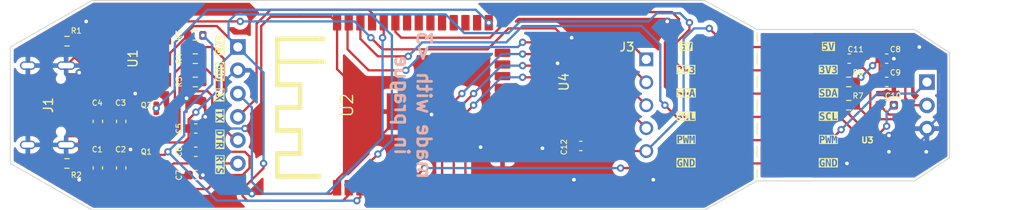
<source format=kicad_pcb>
(kicad_pcb (version 20221018) (generator pcbnew)
  (title_block (title "ISSptr") (date "July 2024") (rev "v1"))
  (layers (0 "F.Cu" signal) (31 "B.Cu" signal) (34 "B.Paste" user) (35 "F.Paste" user) (36 "B.SilkS" user "B.Silkscreen") (37 "F.SilkS" user "F.Silkscreen") (38 "B.Mask" user) (39 "F.Mask" user) (44 "Edge.Cuts" user))
  (net 0 "")
  (net 1 "+5V")
  (net 2 "GND")
  (net 3 "+3.3V")
  (net 4 "Net-(Q1-C)")
  (net 5 "Net-(U3-SETC)")
  (net 6 "Net-(U3-SETP)")
  (net 7 "Net-(U3-C1)")
  (net 8 "Net-(J1-DP1)")
  (net 9 "Net-(J1-DN1)")
  (net 10 "Net-(J1-CC1)")
  (net 13 "Net-(J1-CC2)")
  (net 14 "/ESP32/PROG_RX")
  (net 15 "/ESP32/PROG_TX")
  (net 16 "/ESP32/PROG_DTR")
  (net 17 "/ESP32/PROG_RTS")
  (net 18 "Net-(U4-3C)")
  (net 19 "Net-(U4-4C)")
  (net 20 "Net-(U4-2C)")
  (net 21 "Net-(U4-1C)")
  (net 22 "/ESP32/SERVO")
  (net 23 "/Compass/SDA")
  (net 24 "/Compass/SCL")
  (net 25 "Net-(Q1-B)")
  (net 26 "Net-(Q2-B)")
  (net 27 "Net-(Q2-C)")
  (net 28 "/ESP32/STEPPER_A")
  (net 46 "/ESP32/STEPPER_D")
  (net 47 "/ESP32/STEPPER_C")
  (net 48 "/ESP32/STEPPER_B")
  (footprint "Capacitor_SMD:C_0603_1608Metric" (layer "F.Cu") (at 110.5405 106.68)
    (fp_text reference "C6")
    (fp_text value "10uF")
  )
  (footprint "Resistor_SMD:R_0603_1608Metric" (layer "F.Cu") (at 110.4905 96.52)
    (fp_text reference "R4")
    (fp_text value "10k")
  )
  (footprint "ESP-WROOM-32:MODULE_ESP-WROOM-32" (layer "F.Cu") (at 134.1755 101.6 90)
    (fp_text reference "U2")
    (fp_text value "ESP-WROOM-32")
  )
  (footprint "Capacitor_SMD:C_0603_1608Metric" (layer "F.Cu") (at 110.5405 104.14)
    (fp_text reference "C5")
    (fp_text value "0.1uF")
  )
  (footprint "Custom:SolderPad-6pin" (layer "F.Cu") (at 176.0855 101.6)
    (fp_text reference "J6" hide)
    (fp_text value "~" hide)
  )
  (footprint "Package_TO_SOT_SMD:SOT-23" (layer "F.Cu") (at 106.2355 107.95 90)
    (fp_text reference "Q1")
    (fp_text value "BC817")
  )
  (footprint "Custom:SolderPad-6pin" (layer "F.Cu") (at 167.1955 101.6)
    (fp_text reference "J5" hide)
    (fp_text value "~" hide)
  )
  (footprint "Package_TO_SOT_SMD:SOT-23" (layer "F.Cu") (at 106.2355 102.87 90)
    (fp_text reference "Q2")
    (fp_text value "BC817")
  )
  (footprint "Capacitor_SMD:C_0603_1608Metric" (layer "F.Cu") (at 102.4255 108.445 -90)
    (fp_text reference "C2")
    (fp_text value "100nF")
  )
  (footprint "Capacitor_SMD:C_0603_1608Metric" (layer "F.Cu") (at 99.8855 108.445 -90)
    (fp_text reference "C1")
    (fp_text value "10uF")
  )
  (footprint "Connector:JST_B5B-XH-A_LF__SN_" (layer "F.Cu") (at 159.0505 101.6 90)
    (fp_text reference "J3")
    (fp_text value "B5B-XH-A")
  )
  (footprint "Connector_PinHeader_2.54mm:PinHeader_1x06_P2.54mm_Vertical" (layer "F.Cu") (at 115.1255 95.25)
    (fp_text reference "J2" hide)
    (fp_text value "PROG")
  )
  (footprint "Resistor_SMD:R_0603_1608Metric" (layer "F.Cu") (at 96.5205 107.95)
    (fp_text reference "R2")
    (fp_text value "5.1k")
  )
  (footprint "ULN2003AD:SOIC127P600X175-16N" (layer "F.Cu") (at 150.6855 99.06)
    (fp_text reference "U4")
    (fp_text value "ULN2003AD")
  )
  (footprint "Resistor_SMD:R_0603_1608Metric" (layer "F.Cu") (at 110.4905 93.98)
    (fp_text reference "R3")
    (fp_text value "10k")
  )
  (footprint "Capacitor_SMD:C_0603_1608Metric" (layer "F.Cu") (at 185.7505 99.06)
    (fp_text reference "C9")
    (fp_text value "100uF")
  )
  (footprint "Capacitor_SMD:C_0603_1608Metric" (layer "F.Cu") (at 110.5405 109.22)
    (fp_text reference "C7")
    (fp_text value "10uF")
  )
  (footprint "Capacitor_SMD:C_0603_1608Metric" (layer "F.Cu") (at 102.4255 103.365 -90)
    (fp_text reference "C3")
    (fp_text value "100nF")
  )
  (footprint "Capacitor_SMD:C_0603_1608Metric" (layer "F.Cu") (at 185.7505 101.6 180)
    (fp_text reference "C10")
    (fp_text value "0.22uF")
  )
  (footprint "Connector_PinHeader_2.54mm:PinHeader_1x03_P2.54mm_Horizontal" (layer "F.Cu") (at 190.1255 99.075)
    (fp_text reference "J4" hide)
    (fp_text value "Servo")
  )
  (footprint "Resistor_SMD:R_0603_1608Metric" (layer "F.Cu") (at 181.6105 99.06 180)
    (fp_text reference "R6")
    (fp_text value "4.7k")
  )
  (footprint "Resistor_SMD:R_0603_1608Metric" (layer "F.Cu") (at 110.4905 99.06)
    (fp_text reference "R5")
    (fp_text value "10k")
  )
  (footprint "Package_TO_SOT_SMD:SOT-223-3_TabPin2" (layer "F.Cu") (at 103.6955 96.52 180)
    (fp_text reference "U1")
    (fp_text value "AMS1117-3.3")
  )
  (footprint "Capacitor_SMD:C_0603_1608Metric" (layer "F.Cu") (at 181.6605 96.52 180)
    (fp_text reference "C11")
    (fp_text value "4.7uF")
  )
  (footprint "Capacitor_SMD:C_0603_1608Metric" (layer "F.Cu") (at 152.4505 106.045 180)
    (fp_text reference "C12")
    (fp_text value "100nF")
  )
  (footprint "TYPE-C-31-M-12:HRO_TYPE-C-31-M-12" (layer "F.Cu") (at 92.2655 101.6 -90)
    (fp_text reference "J1")
    (fp_text value "TYPE-C-31-M-12")
  )
  (footprint "Capacitor_SMD:C_0603_1608Metric" (layer "F.Cu") (at 185.7505 96.52)
    (fp_text reference "C8")
    (fp_text value "10uF")
  )
  (footprint "Resistor_SMD:R_0603_1608Metric" (layer "F.Cu") (at 181.6105 101.6 180)
    (fp_text reference "R7")
    (fp_text value "4.7k")
  )
  (footprint "Capacitor_SMD:C_0603_1608Metric" (layer "F.Cu") (at 99.8855 103.365 -90)
    (fp_text reference "C4")
    (fp_text value "10uF")
  )
  (footprint "HMC5883L:XDCR_HMC5883L-TR" (layer "F.Cu") (at 183.7055 105.41)
    (fp_text reference "U3")
    (fp_text value "HMC5883L-TR")
  )
  (footprint "Resistor_SMD:R_0603_1608Metric" (layer "F.Cu") (at 96.5205 94.615)
    (fp_text reference "R1")
    (fp_text value "5.1k")
  )
  (gr_line (start 171.6405 97.155) (end 171.6405 95.885) (stroke (width 0.15)) (layer "F.SilkS"))
  (gr_line (start 171.6405 104.775) (end 171.6405 103.505) (stroke (width 0.15)) (layer "F.SilkS"))
  (gr_line (start 171.6405 102.235) (end 171.6405 100.965) (stroke (width 0.15)) (layer "F.SilkS"))
  (gr_line (start 171.6405 107.315) (end 171.6405 106.045) (stroke (width 0.15)) (layer "F.SilkS"))
  (gr_line (start 171.6405 99.695) (end 171.6405 98.425) (stroke (width 0.15)) (layer "F.SilkS"))
  (gr_line (start 171.6405 94.615) (end 171.6405 93.726) (stroke (width 0.15)) (layer "F.SilkS"))
  (gr_line (start 171.6405 109.474) (end 171.6405 108.585) (stroke (width 0.15)) (layer "F.SilkS"))
  (gr_line (start 90.3605 95.25) (end 90.3605 107.95) (stroke (width 0.1)) (layer "Edge.Cuts"))
  (gr_line (start 171.6405 93.345) (end 165.9255 90.17) (stroke (width 0.1)) (layer "Edge.Cuts"))
  (gr_line (start 165.9255 90.17) (end 99.2505 90.17) (stroke (width 0.1)) (layer "Edge.Cuts"))
  (gr_line (start 99.2505 113.03) (end 90.3605 107.95) (stroke (width 0.1)) (layer "Edge.Cuts"))
  (gr_line (start 188.7855 93.345) (end 192.5955 95.885) (stroke (width 0.1)) (layer "Edge.Cuts"))
  (gr_line (start 165.9255 113.03) (end 171.6405 109.855) (stroke (width 0.1)) (layer "Edge.Cuts"))
  (gr_line (start 192.5955 107.315) (end 188.7855 109.855) (stroke (width 0.1)) (layer "Edge.Cuts"))
  (gr_line (start 171.6405 93.345) (end 188.7855 93.345) (stroke (width 0.1)) (layer "Edge.Cuts"))
  (gr_line (start 188.7855 109.855) (end 171.6405 109.855) (stroke (width 0.1)) (layer "Edge.Cuts"))
  (gr_line (start 192.5955 95.885) (end 192.5955 107.315) (stroke (width 0.1)) (layer "Edge.Cuts"))
  (gr_line (start 99.2505 90.17) (end 90.3605 95.25) (stroke (width 0.1)) (layer "Edge.Cuts"))
  (gr_line (start 99.2505 113.03) (end 165.9255 113.03) (stroke (width 0.1)) (layer "Edge.Cuts"))
  (gr_text "made with <3\nin prague" (at 134.1755 101.6 270) (layer "B.SilkS") (effects (font (size 1.5 1.5) (thickness 0.3) bold) (justify mirror)))
  (gr_text "DTR" (at 113.0935 105.283 270) (layer "F.SilkS" knockout) (effects (font (size 0.8 0.8) (thickness 0.16) bold)))
  (gr_text "5V" (at 179.3875 95.25) (layer "F.SilkS" knockout) (effects (font (size 0.8 0.8) (thickness 0.16) bold)))
  (gr_text "5V" (at 163.8935 95.25) (layer "F.SilkS" knockout) (effects (font (size 0.8 0.8) (thickness 0.16) bold)))
  (gr_text "PWM" (at 163.8935 105.41) (layer "F.SilkS" knockout) (effects (font (size 0.8 0.8) (thickness 0.16) bold)))
  (gr_text "3V3" (at 179.3875 97.79) (layer "F.SilkS" knockout) (effects (font (size 0.8 0.8) (thickness 0.16) bold)))
  (gr_text "PWM" (at 179.3875 105.41) (layer "F.SilkS" knockout) (effects (font (size 0.8 0.8) (thickness 0.16) bold)))
  (gr_text "GND" (at 163.8935 107.95) (layer "F.SilkS" knockout) (effects (font (size 0.8 0.8) (thickness 0.16) bold)))
  (gr_text "RTS" (at 113.0935 108.077 270) (layer "F.SilkS" knockout) (effects (font (size 0.8 0.8) (thickness 0.16) bold)))
  (gr_text "GND" (at 113.0935 97.917 270) (layer "F.SilkS" knockout) (effects (font (size 0.8 0.8) (thickness 0.16) bold)))
  (gr_text "SCL" (at 163.8935 102.87) (layer "F.SilkS" knockout) (effects (font (size 0.8 0.8) (thickness 0.16) bold)))
  (gr_text "SDA" (at 179.3875 100.33) (layer "F.SilkS" knockout) (effects (font (size 0.8 0.8) (thickness 0.16) bold)))
  (gr_text "SCL" (at 179.3875 102.87) (layer "F.SilkS" knockout) (effects (font (size 0.8 0.8) (thickness 0.16) bold)))
  (gr_text "SDA" (at 163.8935 100.33) (layer "F.SilkS" knockout) (effects (font (size 0.8 0.8) (thickness 0.16) bold)))
  (gr_text "3V3" (at 113.0935 95.123 270) (layer "F.SilkS" knockout) (effects (font (size 0.8 0.8) (thickness 0.16) bold)))
  (gr_text "RX" (at 113.0935 100.457 270) (layer "F.SilkS" knockout) (effects (font (size 0.8 0.8) (thickness 0.16) bold)))
  (gr_text "3V3" (at 163.8935 97.79) (layer "F.SilkS" knockout) (effects (font (size 0.8 0.8) (thickness 0.16) bold)))
  (gr_text "TX" (at 113.0935 102.743 270) (layer "F.SilkS" knockout) (effects (font (size 0.8 0.8) (thickness 0.16) bold)))
  (gr_text "GND" (at 179.3875 107.95) (layer "F.SilkS" knockout) (effects (font (size 0.8 0.8) (thickness 0.16) bold)))
  (segment (start 187.7695 96.266) (end 187.7695 100.838) (width 0.25) (layer "F.Cu") (net 1))
  (segment (start 188.5315 101.6) (end 190.1105 101.6) (width 0.25) (layer "F.Cu") (net 1))
  (segment (start 97.0155 99.2) (end 97.7395 99.2) (width 0.25) (layer "F.Cu") (net 1))
  (segment (start 167.1955 95.25) (end 176.0855 95.25) (width 0.25) (layer "F.Cu") (net 1))
  (segment (start 186.7535 95.25) (end 187.7695 96.266) (width 0.25) (layer "F.Cu") (net 1))
  (segment (start 108.6095 92.456) (end 115.3795 92.456) (width 0.25) (layer "F.Cu") (net 1))
  (segment (start 153.7805 106.6) (end 153.2255 106.045) (width 0.25) (layer "F.Cu") (net 1))
  (segment (start 167.1955 93.98) (end 167.1955 95.25) (width 0.25) (layer "F.Cu") (net 1))
  (segment (start 102.4255 107.67) (end 99.8855 107.67) (width 0.25) (layer "F.Cu") (net 1))
  (segment (start 150.6855 94.234) (end 150.6855 102.362) (width 0.25) (layer "F.Cu") (net 1))
  (segment (start 149.6695 93.218) (end 150.6855 94.234) (width 0.25) (layer "F.Cu") (net 1))
  (segment (start 187.7695 100.838) (end 188.5315 101.6) (width 0.25) (layer "F.Cu") (net 1))
  (segment (start 159.5755 106.6) (end 153.7805 106.6) (width 0.25) (layer "F.Cu") (net 1))
  (segment (start 97.0155 104) (end 97.9675 104) (width 0.25) (layer "F.Cu") (net 1))
  (segment (start 97.9675 104) (end 98.6155 104.648) (width 0.25) (layer "F.Cu") (net 1))
  (segment (start 98.6155 100.076) (end 98.6155 104.648) (width 0.25) (layer "F.Cu") (net 1))
  (segment (start 144.5895 93.218) (end 149.6695 93.218) (width 0.25) (layer "F.Cu") (net 1))
  (segment (start 150.6855 102.362) (end 151.8285 103.505) (width 0.25) (layer "F.Cu") (net 1))
  (segment (start 176.0855 95.25) (end 186.7535 95.25) (width 0.25) (layer "F.Cu") (net 1))
  (segment (start 99.8595 107.696) (end 99.8855 107.67) (width 0.25) (layer "F.Cu") (net 1))
  (segment (start 142.3035 95.504) (end 144.5895 93.218) (width 0.25) (layer "F.Cu") (net 1))
  (segment (start 98.6155 107.188) (end 99.1235 107.696) (width 0.25) (layer "F.Cu") (net 1))
  (segment (start 97.7395 99.2) (end 98.6155 100.076) (width 0.25) (layer "F.Cu") (net 1))
  (segment (start 151.8285 103.505) (end 153.1605 103.505) (width 0.25) (layer "F.Cu") (net 1))
  (segment (start 106.8455 94.22) (end 99.3915 94.22) (width 0.25) (layer "F.Cu") (net 1))
  (segment (start 130.8735 95.504) (end 142.3035 95.504) (width 0.25) (layer "F.Cu") (net 1))
  (segment (start 98.6155 94.996) (end 98.6155 100.076) (width 0.25) (layer "F.Cu") (net 1))
  (segment (start 99.1235 107.696) (end 99.8595 107.696) (width 0.25) (layer "F.Cu") (net 1))
  (segment (start 106.8455 94.22) (end 108.6095 92.456) (width 0.25) (layer "F.Cu") (net 1))
  (segment (start 153.2255 103.57) (end 153.1605 103.505) (width 0.25) (layer "F.Cu") (net 1))
  (segment (start 166.4335 93.218) (end 167.1955 93.98) (width 0.25) (layer "F.Cu") (net 1))
  (segment (start 99.3915 94.22) (end 98.6155 94.996) (width 0.25) (layer "F.Cu") (net 1))
  (segment (start 153.2255 106.045) (end 153.2255 103.57) (width 0.25) (layer "F.Cu") (net 1))
  (segment (start 98.6155 104.648) (end 98.6155 107.188) (width 0.25) (layer "F.Cu") (net 1))
  (segment (start 129.6035 94.234) (end 130.8735 95.504) (width 0.25) (layer "F.Cu") (net 1))
  (segment (start 190.1105 101.6) (end 190.1255 101.615) (width 0.25) (layer "F.Cu") (net 1))
  (via (at 115.3795 92.456) (size 0.8) (drill 0.4) (layers "F.Cu" "B.Cu") (net 1))
  (via (at 129.6035 94.234) (size 0.8) (drill 0.4) (layers "F.Cu" "B.Cu") (net 1))
  (via (at 166.4335 93.218) (size 0.8) (drill 0.4) (layers "F.Cu" "B.Cu") (net 1))
  (segment (start 164.7825 93.218) (end 166.4335 93.218) (width 0.25) (layer "B.Cu") (net 1))
  (segment (start 163.6395 96.52) (end 163.6395 94.361) (width 0.25) (layer "B.Cu") (net 1))
  (segment (start 115.3795 92.456) (end 127.8255 92.456) (width 0.25) (layer "B.Cu") (net 1))
  (segment (start 164.4015 93.599) (end 164.7825 93.218) (width 0.25) (layer "B.Cu") (net 1))
  (segment (start 163.6395 102.536) (end 163.6395 96.52) (width 0.25) (layer "B.Cu") (net 1))
  (segment (start 159.5755 106.6) (end 163.6395 102.536) (width 0.25) (layer "B.Cu") (net 1))
  (segment (start 163.6395 94.361) (end 164.4015 93.599) (width 0.25) (layer "B.Cu") (net 1))
  (segment (start 127.8255 92.456) (end 129.6035 94.234) (width 0.25) (layer "B.Cu") (net 1))
  (segment (start 185.7335 105.16) (end 185.9915 104.902) (width 0.25) (layer "F.Cu") (net 2))
  (segment (start 125.9205 109.71) (end 133.3305 102.3) (width 0.25) (layer "F.Cu") (net 2))
  (segment (start 97.3455 107.95) (end 96.4355 107.04) (width 0.25) (layer "F.Cu") (net 2))
  (segment (start 97.3455 94.615) (end 97.3455 96.365) (width 0.25) (layer "F.Cu") (net 2))
  (segment (start 151.8025 109.728) (end 151.7015 109.728) (width 0.25) (layer "F.Cu") (net 2))
  (segment (start 149.0345 99.695) (end 149.9235 98.806) (width 0.25) (layer "F.Cu") (net 2))
  (segment (start 97.3455 96.365) (end 96.4355 97.275) (width 0.25) (layer "F.Cu") (net 2))
  (segment (start 165.5445 107.95) (end 164.0205 109.474) (width 0.25) (layer "F.Cu") (net 2))
  (segment (start 125.9205 110.6) (end 125.2685 111.252) (width 0.25) (layer "F.Cu") (net 2))
  (segment (start 148.2105 103.505) (end 148.2105 102.235) (width 0.25) (layer "F.Cu") (net 2))
  (segment (start 111.0615 100.584) (end 109.7915 100.584) (width 0.25) (layer "F.Cu") (net 2))
  (segment (start 102.4255 109.22) (end 99.8855 109.22) (width 0.25) (layer "F.Cu") (net 2))
  (segment (start 151.4475 94.234) (end 153.2255 92.456) (width 0.25) (layer "F.Cu") (net 2))
  (segment (start 153.2255 92.456) (end 161.8615 92.456) (width 0.25) (layer "F.Cu") (net 2))
  (segment (start 97.0155 104.8) (end 97.4975 104.8) (width 0.25) (layer "F.Cu") (net 2))
  (segment (start 121.9835 91.948) (end 118.6815 91.948) (width 0.25) (layer "F.Cu") (net 2))
  (segment (start 98.6155 109.22) (end 97.3455 107.95) (width 0.25) (layer "F.Cu") (net 2))
  (segment (start 133.6465 102.616) (end 133.3305 102.3) (width 0.25) (layer "F.Cu") (net 2))
  (segment (start 144.4005 107.315) (end 143.9305 107.315) (width 0.25) (layer "F.Cu") (net 2))
  (segment (start 186.5255 99.06) (end 186.5255 96.52) (width 0.25) (layer "F.Cu") (net 2))
  (segment (start 98.1075 97.79) (end 98.1075 97.127) (width 0.25) (layer "F.Cu") (net 2))
  (segment (start 163.7665 109.728) (end 160.3375 109.728) (width 0.25) (layer "F.Cu") (net 2))
  (segment (start 125.2685 91.948) (end 121.9835 91.948) (width 0.25) (layer "F.Cu") (net 2))
  (segment (start 151.6755 106.045) (end 150.7505 106.045) (width 0.25) (layer "F.Cu") (net 2))
  (segment (start 97.3455 93.726) (end 98.6155 92.456) (width 0.25) (layer "F.Cu") (net 2))
  (segment (start 102.9335 109.22) (end 102.4255 109.22) (width 0.25) (layer "F.Cu") (net 2))
  (segment (start 176.0855 107.95) (end 181.4195 107.95) (width 0.25) (layer "F.Cu") (net 2))
  (segment (start 148.2105 99.695) (end 149.0345 99.695) (width 0.25) (layer "F.Cu") (net 2))
  (segment (start 164.0205 109.474) (end 163.7665 109.728) (width 0.25) (layer "F.Cu") (net 2))
  (segment (start 111.3155 104.14) (end 111.3155 106.68) (width 0.25) (layer "F.Cu") (net 2))
  (segment (start 111.3155 103.124) (end 111.5695 102.87) (width 0.25) (layer "F.Cu") (net 2))
  (segment (start 105.4595 98.82) (end 103.9495 100.33) (width 0.25) (layer "F.Cu") (net 2))
  (segment (start 167.1955 107.95) (end 176.0855 107.95) (width 0.25) (layer "F.Cu") (net 2))
  (segment (start 148.2105 103.505) (end 144.4005 107.315) (width 0.25) (layer "F.Cu") (net 2))
  (segment (start 117.6655 102.362) (end 115.8875 104.14) (width 0.25) (layer "F.Cu") (net 2))
  (segment (start 98.6155 109.22) (end 98.1075 109.728) (width 0.25) (layer "F.Cu") (net 2))
  (segment (start 102.4255 105.41) (end 103.4415 106.426) (width 0.25) (layer "F.Cu") (net 2))
  (segment (start 167.1955 107.95) (end 164.7825 110.363) (width 0.25) (layer "F.Cu") (net 2))
  (segment (start 117.6655 102.108) (end 117.6655 102.362) (width 0.25) (layer "F.Cu") (net 2))
  (segment (start 152.3365 110.363) (end 151.7015 109.728) (width 0.25) (layer "F.Cu") (net 2))
  (segment (start 118.6815 91.948) (end 117.6655 92.964) (width 0.25) (layer "F.Cu") (net 2))
  (segment (start 125.9205 97.663) (end 130.5575 102.3) (width 0.25) (layer "F.Cu") (net 2))
  (segment (start 149.9235 98.806) (end 149.9235 97.028) (width 0.25) (layer "F.Cu") (net 2))
  (segment (start 102.4255 104.14) (end 102.4255 105.41) (width 0.25) (layer "F.Cu") (net 2))
  (segment (start 143.9305 107.315) (end 142.6845 107.315) (width 0.25) (layer "F.Cu") (net 2))
  (segment (start 155.9935 110.363) (end 152.3365 110.363) (width 0.25) (layer "F.Cu") (net 2))
  (segment (start 97.4975 104.8) (end 97.8535 105.156) (width 0.25) (layer "F.Cu") (net 2))
  (segment (start 116.6495 111.252) (end 125.2685 111.252) (width 0.25) (layer "F.Cu") (net 2))
  (segment (start 96.4355 107.04) (end 96.4355 105.925) (width 0.25) (layer "F.Cu") (net 2))
  (segment (start 97.8535 107.442) (end 97.3455 107.95) (width 0.25) (layer "F.Cu") (net 2))
  (segment (start 185.7255 95.72) (end 186.5255 96.52) (width 0.25) (layer "F.Cu") (net 2))
  (segment (start 98.1075 97.127) (end 97.3455 96.365) (width 0.25) (layer "F.Cu") (net 2))
  (segment (start 153.5805 107.95) (end 151.6755 106.045) (width 0.25) (layer "F.Cu") (net 2))
  (segment (start 184.9805 106.16) (end 185.5005 106.68) (width 0.25) (layer "F.Cu") (net 2))
  (segment (start 125.9205 92.6) (end 125.9205 97.663) (width 0.25) (layer "F.Cu") (net 2))
  (segment (start 125.9205 110.6) (end 125.9205 109.71) (width 0.25) (layer "F.Cu") (net 2))
  (segment (start 150.7505 106.045) (end 148.2105 103.505) (width 0.25) (layer "F.Cu") (net 2))
  (segment (start 99.8855 104.14) (end 102.4255 104.14) (width 0.25) (layer "F.Cu") (net 2))
  (segment (start 97.3455 94.615) (end 97.3455 93.726) (width 0.25) (layer "F.Cu") (net 2))
  (segment (start 136.2075 102.616) (end 133.6465 102.616) (width 0.25) (layer "F.Cu") (net 2))
  (segment (start 99.8855 109.22) (end 98.6155 109.22) (width 0.25) (layer "F.Cu") (net 2))
  (segment (start 97.0155 98.4) (end 97.4975 98.4) (width 0.25) (layer "F.Cu") (net 2))
  (segment (start 111.3155 104.14) (end 111.3155 103.124) (width 0.25) (layer "F.Cu") (net 2))
  (segment (start 97.8535 105.156) (end 97.8535 107.442) (width 0.25) (layer "F.Cu") (net 2))
  (segment (start 97.4975 98.4) (end 97.8535 98.044) (width 0.25) (layer "F.Cu") (net 2))
  (segment (start 182.4355 96.52) (end 183.7055 96.52) (width 0.25) (layer "F.Cu") (net 2))
  (segment (start 109.7915 100.584) (end 109.5375 100.838) (width 0.25) (layer "F.Cu") (net 2))
  (segment (start 117.6655 92.964) (end 117.6655 94.742) (width 0.25) (layer "F.Cu") (net 2))
  (segment (start 184.9805 105.16) (end 185.7335 105.16) (width 0.25) (layer "F.Cu") (net 2))
  (segment (start 103.4415 106.426) (end 103.4415 108.712) (width 0.25) (layer "F.Cu") (net 2))
  (segment (start 151.7015 109.728) (end 148.2725 106.299) (width 0.25) (layer "F.Cu") (net 2))
  (segment (start 111.5695 101.092) (end 111.0615 100.584) (width 0.25) (layer "F.Cu") (net 2))
  (segment (start 97.8535 98.044) (end 98.1075 97.79) (width 0.25) (layer "F.Cu") (net 2))
  (segment (start 142.6845 107.315) (end 141.5415 106.172) (width 0.25) (layer "F.Cu") (net 2))
  (segment (start 167.1955 107.95) (end 165.5445 107.95) (width 0.25) (layer "F.Cu") (net 2))
  (segment (start 103.4415 108.712) (end 102.9335 109.22) (width 0.25) (layer "F.Cu") (net 2))
  (segment (start 155.9935 110.363) (end 153.5805 107.95) (width 0.25) (layer "F.Cu") (net 2))
  (segment (start 98.1075 109.728) (end 97.8535 109.728) (width 0.25) (layer "F.Cu") (net 2))
  (segment (start 184.5055 95.72) (end 185.7255 95.72) (width 0.25) (layer "F.Cu") (net 2))
  (segment (start 130.5575 102.3) (end 133.3305 102.3) (width 0.25) (layer "F.Cu") (net 2))
  (segment (start 106.8455 98.82) (end 105.4595 98.82) (width 0.25) (layer "F.Cu") (net 2))
  (segment (start 148.2105 100.965) (end 148.2105 99.695) (width 0.25) (layer "F.Cu") (net 2))
  (segment (start 164.7825 110.363) (end 155.9935 110.363) (width 0.25) (layer "F.Cu") (net 2))
  (segment (start 117.6655 94.742) (end 117.6655 102.108) (width 0.25) (layer "F.Cu") (net 2))
  (segment (start 183.7055 96.52) (end 184.5055 95.72) (width 0.25) (layer "F.Cu") (net 2))
  (segment (start 111.5695 102.87) (end 111.5695 101.092) (width 0.25) (layer "F.Cu") (net 2))
  (segment (start 125.9205 92.6) (end 125.2685 91.948) (width 0.25) (layer "F.Cu") (net 2))
  (segment (start 148.2105 102.235) (end 148.2105 100.965) (width 0.25) (layer "F.Cu") (net 2))
  (segment (start 185.5005 106.68) (end 185.9915 106.68) (width 0.25) (layer "F.Cu") (net 2))
  (via (at 149.9235 97.028) (size 0.8) (drill 0.4) (layers "F.Cu" "B.Cu") (net 2))
  (via (at 160.3375 109.728) (size 0.8) (drill 0.4) (layers "F.Cu" "B.Cu") (net 2))
  (via (at 141.5415 106.172) (size 0.8) (drill 0.4) (layers "F.Cu" "B.Cu") (net 2))
  (via (at 136.2075 102.616) (size 0.8) (drill 0.4) (layers "F.Cu" "B.Cu") (net 2))
  (via (at 181.4195 107.95) (size 0.8) (drill 0.4) (layers "F.Cu" "B.Cu") (net 2))
  (via (at 111.5695 102.87) (size 0.8) (drill 0.4) (layers "F.Cu" "B.Cu") (net 2))
  (via (at 190.0555 106.68) (size 0.8) (drill 0.4) (layers "F.Cu" "B.Cu") (net 2))
  (via (at 186.5255 96.52) (size 0.8) (drill 0.4) (layers "F.Cu" "B.Cu") (net 2))
  (via (at 116.6495 111.252) (size 0.8) (drill 0.4) (layers "F.Cu" "B.Cu") (net 2))
  (via (at 103.4415 106.426) (size 0.8) (drill 0.4) (layers "F.Cu" "B.Cu") (net 2))
  (via (at 189.2935 95.25) (size 0.8) (drill 0.4) (layers "F.Cu" "B.Cu") (net 2))
  (via (at 185.9915 104.902) (size 0.8) (drill 0.4) (layers "F.Cu" "B.Cu") (net 2))
  (via (at 185.9915 106.68) (size 0.8) (drill 0.4) (layers "F.Cu" "B.Cu") (net 2))
  (via (at 97.8535 109.728) (size 0.8) (drill 0.4) (layers "F.Cu" "B.Cu") (net 2))
  (via (at 111.3155 109.22) (size 0.8) (drill 0.4) (layers "F.Cu" "B.Cu") (net 2))
  (via (at 151.7015 109.728) (size 0.8) (drill 0.4) (layers "F.Cu" "B.Cu") (net 2))
  (via (at 115.8875 104.14) (size 0.8) (drill 0.4) (layers "F.Cu" "B.Cu") (net 2))
  (via (at 98.6155 92.456) (size 0.8) (drill 0.4) (layers "F.Cu" "B.Cu") (net 2))
  (via (at 151.4475 94.234) (size 0.8) (drill 0.4) (layers "F.Cu" "B.Cu") (net 2))
  (via (at 148.2725 106.299) (size 0.8) (drill 0.4) (layers "F.Cu" "B.Cu") (net 2))
  (via (at 103.9495 100.33) (size 0.8) (drill 0.4) (layers "F.Cu" "B.Cu") (net 2))
  (via (at 109.5375 100.838) (size 0.8) (drill 0.4) (layers "F.Cu" "B.Cu") (net 2))
  (via (at 161.8615 92.456) (size 0.8) (drill 0.4) (layers "F.Cu" "B.Cu") (net 2))
  (via (at 97.8535 98.044) (size 0.8) (drill 0.4) (layers "F.Cu" "B.Cu") (net 2))
  (segment (start 190.5635 96.52) (end 189.2935 95.25) (width 0.25) (layer "B.Cu") (net 2))
  (segment (start 96.4355 105.925) (end 92.2655 105.925) (width 0.25) (layer "B.Cu") (net 2))
  (segment (start 103.9495 102.362) (end 104.9655 103.378) (width 0.25) (layer "B.Cu") (net 2))
  (segment (start 113.6015 104.14) (end 115.8875 104.14) (width 0.25) (layer "B.Cu") (net 2))
  (segment (start 141.5415 106.172) (end 137.9855 102.616) (width 0.25) (layer "B.Cu") (net 2))
  (segment (start 106.9975 103.378) (end 104.9655 103.378) (width 0.25) (layer "B.Cu") (net 2))
  (segment (start 100.1395 100.33) (end 103.9495 100.33) (width 0.25) (layer "B.Cu") (net 2))
  (segment (start 184.7215 107.95) (end 185.9915 106.68) (width 0.25) (layer "B.Cu") (net 2))
  (segment (start 113.0935 104.648) (end 113.6015 104.14) (width 0.25) (layer "B.Cu") (net 2))
  (segment (start 113.8555 100.076) (end 113.8555 98.806) (width 0.25) (layer "B.Cu") (net 2))
  (segment (start 190.1255 104.832) (end 190.1255 104.155) (width 0.25) (layer "B.Cu") (net 2))
  (segment (start 113.6015 104.14) (end 112.5855 103.124) (width 0.25) (layer "B.Cu") (net 2))
  (segment (start 104.9655 104.902) (end 104.9655 103.378) (width 0.25) (layer "B.Cu") (net 2))
  (segment (start 114.8715 97.79) (end 115.1255 97.79) (width 0.25) (layer "B.Cu") (net 2))
  (segment (start 113.8555 98.806) (end 114.8715 97.79) (width 0.25) (layer "B.Cu") (net 2))
  (segment (start 111.3155 109.22) (end 113.0935 107.442) (width 0.25) (layer "B.Cu") (net 2))
  (segment (start 185.9915 104.902) (end 186.7385 104.155) (width 0.25) (layer "B.Cu") (net 2))
  (segment (start 103.9495 100.33) (end 103.9495 102.362) (width 0.25) (layer "B.Cu") (net 2))
  (segment (start 113.3475 111.252) (end 111.3155 109.22) (width 0.25) (layer "B.Cu") (net 2))
  (segment (start 151.4475 95.504) (end 151.4475 94.234) (width 0.25) (layer "B.Cu") (net 2))
  (segment (start 188.2775 106.68) (end 190.0555 106.68) (width 0.25) (layer "B.Cu") (net 2))
  (segment (start 109.5375 100.838) (end 106.9975 103.378) (width 0.25) (layer "B.Cu") (net 2))
  (segment (start 111.5695 102.87) (end 112.5855 101.854) (width 0.25) (layer "B.Cu") (net 2))
  (segment (start 186.5255 96.52) (end 190.5635 96.52) (width 0.25) (layer "B.Cu") (net 2))
  (segment (start 116.6495 111.252) (end 113.3475 111.252) (width 0.25) (layer "B.Cu") (net 2))
  (segment (start 181.4195 107.95) (end 184.7215 107.95) (width 0.25) (layer "B.Cu") (net 2))
  (segment (start 112.5855 101.346) (end 113.8555 100.076) (width 0.25) (layer "B.Cu") (net 2))
  (segment (start 112.5855 101.854) (end 112.5855 101.346) (width 0.25) (layer "B.Cu") (net 2))
  (segment (start 137.9855 102.616) (end 136.2075 102.616) (width 0.25) (layer "B.Cu") (net 2))
  (segment (start 191.3255 97.282) (end 191.3255 102.955) (width 0.25) (layer "B.Cu") (net 2))
  (segment (start 92.2655 97.275) (end 96.4355 97.275) (width 0.25) (layer "B.Cu") (net 2))
  (segment (start 190.5635 96.52) (end 191.3255 97.282) (width 0.25) (layer "B.Cu") (net 2))
  (segment (start 185.9915 106.68) (end 188.2775 106.68) (width 0.25) (layer "B.Cu") (net 2))
  (segment (start 188.2775 106.68) (end 190.1255 104.832) (width 0.25) (layer "B.Cu") (net 2))
  (segment (start 149.9235 97.028) (end 151.4475 95.504) (width 0.25) (layer "B.Cu") (net 2))
  (segment (start 97.8535 98.044) (end 100.1395 100.33) (width 0.25) (layer "B.Cu") (net 2))
  (segment (start 112.5855 103.124) (end 112.5855 101.854) (width 0.25) (layer "B.Cu") (net 2))
  (segment (start 103.4415 106.426) (end 104.9655 104.902) (width 0.25) (layer "B.Cu") (net 2))
  (segment (start 113.0935 107.442) (end 113.0935 104.648) (width 0.25) (layer "B.Cu") (net 2))
  (segment (start 186.7385 104.155) (end 190.1255 104.155) (width 0.25) (layer "B.Cu") (net 2))
  (segment (start 191.3255 102.955) (end 190.1255 104.155) (width 0.25) (layer "B.Cu") (net 2))
  (segment (start 162.6235 94.996) (end 163.3855 94.234) (width 0.25) (layer "F.Cu") (net 3))
  (segment (start 127.1905 111.379) (end 126.5555 112.014) (width 0.25) (layer "F.Cu") (net 3))
  (segment (start 109.6655 93.98) (end 109.6655 93.598) (width 0.25) (layer "F.Cu") (net 3))
  (segment (start 100.5455 96.52) (end 106.8455 96.52) (width 0.25) (layer "F.Cu") (net 3))
  (segment (start 184.4305 104.648) (end 184.4305 104.16) (width 0.25) (layer "F.Cu") (net 3))
  (segment (start 109.2575 105.664) (end 109.7655 105.156) (width 0.25) (layer "F.Cu") (net 3))
  (segment (start 109.7655 104.14) (end 109.7655 103.15) (width 0.25) (layer "F.Cu") (net 3))
  (segment (start 182.4265 105.156) (end 182.4305 105.16) (width 0.25) (layer "F.Cu") (net 3))
  (segment (start 102.6535 102.59) (end 103.6955 103.632) (width 0.25) (layer "F.Cu") (net 3))
  (segment (start 109.7655 105.156) (end 109.7655 104.14) (width 0.25) (layer "F.Cu") (net 3))
  (segment (start 181.9275 105.156) (end 182.4265 105.156) (width 0.25) (layer "F.Cu") (net 3))
  (segment (start 184.4305 104.16) (end 184.4555 104.135) (width 0.25) (layer "F.Cu") (net 3))
  (segment (start 127.1905 110.6) (end 127.1905 111.379) (width 0.25) (layer "F.Cu") (net 3))
  (segment (start 183.9185 105.16) (end 184.4305 104.648) (width 0.25) (layer "F.Cu") (net 3))
  (segment (start 182.4355 101.6) (end 184.4555 103.62) (width 0.25) (layer "F.Cu") (net 3))
  (segment (start 127.1905 110.109) (end 130.3655 106.934) (width 0.25) (layer "F.Cu") (net 3))
  (segment (start 184.4555 103.62) (end 184.4555 104.135) (width 0.25) (layer "F.Cu") (net 3))
  (segment (start 109.6655 93.598) (end 110.2995 92.964) (width 0.25) (layer "F.Cu") (net 3))
  (segment (start 182.4355 99.06) (end 181.1655 97.79) (width 0.25) (layer "F.Cu") (net 3))
  (segment (start 181.6735 105.918) (end 181.6735 105.41) (width 0.25) (layer "F.Cu") (net 3))
  (segment (start 127.1905 110.6) (end 127.1905 110.109) (width 0.25) (layer "F.Cu") (net 3))
  (segment (start 99.8855 97.18) (end 100.5455 96.52) (width 0.25) (layer "F.Cu") (net 3))
  (segment (start 182.4355 99.06) (end 182.9435 98.552) (width 0.25) (layer "F.Cu") (net 3))
  (segment (start 117.9195 108.458) (end 117.9195 107.95) (width 0.25) (layer "F.Cu") (net 3))
  (segment (start 164.2745 93.345) (end 164.2745 92.583) (width 0.25) (layer "F.Cu") (net 3))
  (segment (start 103.6955 103.632) (end 103.6955 105.156) (width 0.25) (layer "F.Cu") (net 3))
  (segment (start 184.9755 96.52) (end 184.2135 97.282) (width 0.25) (layer "F.Cu") (net 3))
  (segment (start 162.6235 96.774) (end 162.6235 94.996) (width 0.25) (layer "F.Cu") (net 3))
  (segment (start 115.6335 111.506) (end 115.6335 110.744) (width 0.25) (layer "F.Cu") (net 3))
  (segment (start 102.4255 102.59) (end 99.8855 102.59) (width 0.25) (layer "F.Cu") (net 3))
  (segment (start 184.9755 99.06) (end 184.9755 96.52) (width 0.25) (layer "F.Cu") (net 3))
  (segment (start 182.4355 101.6) (end 182.4355 99.06) (width 0.25) (layer "F.Cu") (net 3))
  (segment (start 106.8455 96.52) (end 107.1255 96.52) (width 0.25) (layer "F.Cu") (net 3))
  (segment (start 99.8855 102.59) (end 99.8855 97.18) (width 0.25) (layer "F.Cu") (net 3))
  (segment (start 109.7655 103.15) (end 110.5535 102.362) (width 0.25) (layer "F.Cu") (net 3))
  (segment (start 103.6955 105.156) (end 104.2035 105.664) (width 0.25) (layer "F.Cu") (net 3))
  (segment (start 107.1255 96.52) (end 109.6655 93.98) (width 0.25) (layer "F.Cu") (net 3))
  (segment (start 163.3855 94.234) (end 164.2745 93.345) (width 0.25) (layer "F.Cu") (net 3))
  (segment (start 115.6335 110.744) (end 117.9195 108.458) (width 0.25) (layer "F.Cu") (net 3))
  (segment (start 104.2035 105.664) (end 109.2575 105.664) (width 0.25) (layer "F.Cu") (net 3))
  (segment (start 181.6735 105.41) (end 181.9275 105.156) (width 0.25) (layer "F.Cu") (net 3))
  (segment (start 163.6395 97.79) (end 162.6235 96.774) (width 0.25) (layer "F.Cu") (net 3))
  (segment (start 181.9155 106.16) (end 181.6735 105.918) (width 0.25) (layer "F.Cu") (net 3))
  (segment (start 126.5555 112.014) (end 116.1415 112.014) (width 0.25) (layer "F.Cu") (net 3))
  (segment (start 182.4305 105.16) (end 183.9185 105.16) (width 0.25) (layer "F.Cu") (net 3))
  (segment (start 182.4305 106.16) (end 181.9155 106.16) (width 0.25) (layer "F.Cu") (net 3))
  (segment (start 167.1955 97.79) (end 163.6395 97.79) (width 0.25) (layer "F.Cu") (net 3))
  (segment (start 112.8395 92.964) (end 115.1255 95.25) (width 0.25) (layer "F.Cu") (net 3))
  (segment (start 110.2995 92.964) (end 112.8395 92.964) (width 0.25) (layer "F.Cu") (net 3))
  (segment (start 109.7655 106.68) (end 109.7655 105.156) (width 0.25) (layer "F.Cu") (net 3))
  (segment (start 116.1415 112.014) (end 115.6335 111.506) (width 0.25) (layer "F.Cu") (net 3))
  (segment (start 167.1955 97.79) (end 176.0855 97.79) (width 0.25) (layer "F.Cu") (net 3))
  (segment (start 181.1655 97.79) (end 176.0855 97.79) (width 0.25) (layer "F.Cu") (net 3))
  (segment (start 102.4255 102.59) (end 102.6535 102.59) (width 0.25) (layer "F.Cu") (net 3))
  (via (at 182.9435 98.552) (size 0.8) (drill 0.4) (layers "F.Cu" "B.Cu") (net 3))
  (via (at 117.9195 107.95) (size 0.8) (drill 0.4) (layers "F.Cu" "B.Cu") (net 3))
  (via (at 130.3655 106.934) (size 0.8) (drill 0.4) (layers "F.Cu" "B.Cu") (net 3))
  (via (at 110.5535 102.362) (size 0.8) (drill 0.4) (layers "F.Cu" "B.Cu") (net 3))
  (via (at 164.2745 92.583) (size 0.8) (drill 0.4) (layers "F.Cu" "B.Cu") (net 3))
  (via (at 184.2135 97.282) (size 0.8) (drill 0.4) (layers "F.Cu" "B.Cu") (net 3))
  (segment (start 164.2745 92.583) (end 163.2585 91.567) (width 0.25) (layer "B.Cu") (net 3))
  (segment (start 131.8895 105.41) (end 131.8895 93.98) (width 0.25) (layer "B.Cu") (net 3))
  (segment (start 114.1095 92.456) (end 114.1095 94.234) (width 0.25) (layer "B.Cu") (net 3))
  (segment (start 159.8295 92.456) (end 145.8595 92.456) (width 0.25) (layer "B.Cu") (net 3))
  (segment (start 114.1095 94.234) (end 115.1255 95.25) (width 0.25) (layer "B.Cu") (net 3))
  (segment (start 131.8895 93.98) (end 129.6035 91.694) (width 0.25) (layer "B.Cu") (net 3))
  (segment (start 113.0935 97.282) (end 115.1255 95.25) (width 0.25) (layer "B.Cu") (net 3))
  (segment (start 163.2585 91.567) (end 160.7185 91.567) (width 0.25) (layer "B.Cu") (net 3))
  (segment (start 114.8715 91.694) (end 114.1095 92.456) (width 0.25) (layer "B.Cu") (net 3))
  (segment (start 117.4115 97.536) (end 117.9195 98.044) (width 0.25) (layer "B.Cu") (net 3))
  (segment (start 144.5895 93.726) (end 139.7635 93.726) (width 0.25) (layer "B.Cu") (net 3))
  (segment (start 113.0935 99.822) (end 113.0935 97.282) (width 0.25) (layer "B.Cu") (net 3))
  (segment (start 115.1255 95.25) (end 117.4115 97.536) (width 0.25) (layer "B.Cu") (net 3))
  (segment (start 117.9195 98.044) (end 117.9195 107.95) (width 0.25) (layer "B.Cu") (net 3))
  (segment (start 110.5535 102.362) (end 113.0935 99.822) (width 0.25) (layer "B.Cu") (net 3))
  (segment (start 130.3655 106.934) (end 131.8895 105.41) (width 0.25) (layer "B.Cu") (net 3))
  (segment (start 182.9435 98.552) (end 184.2135 97.282) (width 0.25) (layer "B.Cu") (net 3))
  (segment (start 139.7635 93.726) (end 137.7315 91.694) (width 0.25) (layer "B.Cu") (net 3))
  (segment (start 129.6035 91.694) (end 114.8715 91.694) (width 0.25) (layer "B.Cu") (net 3))
  (segment (start 145.8595 92.456) (end 144.5895 93.726) (width 0.25) (layer "B.Cu") (net 3))
  (segment (start 137.7315 91.694) (end 129.6035 91.694) (width 0.25) (layer "B.Cu") (net 3))
  (segment (start 160.7185 91.567) (end 159.8295 92.456) (width 0.25) (layer "B.Cu") (net 3))
  (segment (start 108.0135 110.236) (end 106.7435 110.236) (width 0.25) (layer "F.Cu") (net 4))
  (segment (start 128.4605 110.6) (end 128.4605 111.633) (width 0.25) (layer "F.Cu") (net 4))
  (segment (start 106.2355 107.0125) (end 107.173 107.0125) (width 0.25) (layer "F.Cu") (net 4))
  (segment (start 106.2355 109.728) (end 106.2355 107.0125) (width 0.25) (layer "F.Cu") (net 4))
  (segment (start 107.173 107.0125) (end 107.5055 106.68) (width 0.25) (layer "F.Cu") (net 4))
  (segment (start 128.4605 111.633) (end 128.0795 112.014) (width 0.25) (layer "F.Cu") (net 4))
  (segment (start 109.0295 109.22) (end 108.0135 110.236) (width 0.25) (layer "F.Cu") (net 4))
  (segment (start 106.7435 110.236) (end 106.2355 109.728) (width 0.25) (layer "F.Cu") (net 4))
  (segment (start 109.7655 109.22) (end 109.0295 109.22) (width 0.25) (layer "F.Cu") (net 4))
  (via (at 128.0795 112.014) (size 0.8) (drill 0.4) (layers "F.Cu" "B.Cu") (net 4))
  (via (at 111.3155 93.98) (size 0.8) (drill 0.4) (layers "F.Cu" "B.Cu") (net 4))
  (via (at 107.5055 106.68) (size 0.8) (drill 0.4) (layers "F.Cu" "B.Cu") (net 4))
  (segment (start 128.0795 112.014) (end 112.8395 112.014) (width 0.25) (layer "B.Cu") (net 4))
  (segment (start 110.5535 109.728) (end 107.5055 106.68) (width 0.25) (layer "B.Cu") (net 4))
  (segment (start 109.2835 102.362) (end 109.2835 104.902) (width 0.25) (layer "B.Cu") (net 4))
  (segment (start 112.3315 94.996) (end 112.3315 99.314) (width 0.25) (layer "B.Cu") (net 4))
  (segment (start 111.3155 93.98) (end 112.3315 94.996) (width 0.25) (layer "B.Cu") (net 4))
  (segment (start 109.2835 104.902) (end 107.5055 106.68) (width 0.25) (layer "B.Cu") (net 4))
  (segment (start 112.8395 112.014) (end 110.5535 109.728) (width 0.25) (layer "B.Cu") (net 4))
  (segment (start 112.3315 99.314) (end 109.2835 102.362) (width 0.25) (layer "B.Cu") (net 4))
  (segment (start 184.9805 104.643) (end 185.7375 103.886) (width 0.25) (layer "F.Cu") (net 5))
  (segment (start 184.9805 104.66) (end 184.9805 104.643) (width 0.25) (layer "F.Cu") (net 5))
  (via (at 185.7375 103.886) (size 0.8) (drill 0.4) (layers "F.Cu" "B.Cu") (net 5))
  (via (at 186.5255 101.6) (size 0.8) (drill 0.4) (layers "F.Cu" "B.Cu") (net 5))
  (segment (start 185.7375 103.886) (end 185.7375 102.388) (width 0.25) (layer "B.Cu") (net 5))
  (segment (start 185.7375 102.388) (end 186.5255 101.6) (width 0.25) (layer "B.Cu") (net 5))
  (segment (start 185.9915 102.616) (end 187.0075 102.616) (width 0.25) (layer "F.Cu") (net 6))
  (segment (start 187.5155 106.934) (end 187.5155 103.124) (width 0.25) (layer "F.Cu") (net 6))
  (segment (start 184.9755 107.696) (end 186.7535 107.696) (width 0.25) (layer "F.Cu") (net 6))
  (segment (start 184.9755 101.6) (end 185.9915 102.616) (width 0.25) (layer "F.Cu") (net 6))
  (segment (start 187.0075 102.616) (end 187.5155 103.124) (width 0.25) (layer "F.Cu") (net 6))
  (segment (start 184.4555 107.176) (end 184.9755 107.696) (width 0.25) (layer "F.Cu") (net 6))
  (segment (start 184.4555 106.685) (end 184.4555 107.176) (width 0.25) (layer "F.Cu") (net 6))
  (segment (start 186.7535 107.696) (end 187.5155 106.934) (width 0.25) (layer "F.Cu") (net 6))
  (segment (start 187.0075 103.378) (end 186.7535 103.124) (width 0.25) (layer "F.Cu") (net 7))
  (segment (start 186.5035 105.66) (end 187.0075 105.156) (width 0.25) (layer "F.Cu") (net 7))
  (segment (start 184.9805 105.66) (end 186.5035 105.66) (width 0.25) (layer "F.Cu") (net 7))
  (segment (start 183.1975 97.536) (end 181.9015 97.536) (width 0.25) (layer "F.Cu") (net 7))
  (segment (start 183.9595 98.298) (end 183.1975 97.536) (width 0.25) (layer "F.Cu") (net 7))
  (segment (start 181.9015 97.536) (end 180.8855 96.52) (width 0.25) (layer "F.Cu") (net 7))
  (segment (start 187.0075 105.156) (end 187.0075 103.378) (width 0.25) (layer "F.Cu") (net 7))
  (segment (start 186.7535 103.124) (end 184.9755 103.124) (width 0.25) (layer "F.Cu") (net 7))
  (segment (start 184.9755 103.124) (end 183.9595 102.108) (width 0.25) (layer "F.Cu") (net 7))
  (segment (start 183.9595 102.108) (end 183.9595 98.298) (width 0.25) (layer "F.Cu") (net 7))
  (segment (start 96.0755 102.108) (end 96.3175 102.35) (width 0.25) (layer "F.Cu") (net 8))
  (segment (start 97.0155 101.35) (end 96.3255 101.35) (width 0.25) (layer "F.Cu") (net 8))
  (segment (start 96.0755 101.6) (end 96.0755 102.108) (width 0.25) (layer "F.Cu") (net 8))
  (segment (start 96.3175 102.35) (end 97.0155 102.35) (width 0.25) (layer "F.Cu") (net 8))
  (segment (start 96.3255 101.35) (end 96.0755 101.6) (width 0.25) (layer "F.Cu") (net 8))
  (segment (start 97.8535 101.854) (end 97.0195 101.854) (width 0.25) (layer "F.Cu") (net 9))
  (segment (start 98.1075 101.092) (end 98.1075 101.6) (width 0.25) (layer "F.Cu") (net 9))
  (segment (start 97.8655 100.85) (end 98.1075 101.092) (width 0.25) (layer "F.Cu") (net 9))
  (segment (start 97.0195 101.854) (end 97.0155 101.85) (width 0.25) (layer "F.Cu") (net 9))
  (segment (start 97.0155 100.85) (end 97.8655 100.85) (width 0.25) (layer "F.Cu") (net 9))
  (segment (start 98.1075 101.6) (end 97.8535 101.854) (width 0.25) (layer "F.Cu") (net 9))
  (segment (start 95.6955 94.615) (end 94.1705 96.14) (width 0.25) (layer "F.Cu") (net 10))
  (segment (start 94.8255 100.35) (end 97.0155 100.35) (width 0.25) (layer "F.Cu") (net 10))
  (segment (start 94.1705 96.14) (end 94.1705 99.695) (width 0.25) (layer "F.Cu") (net 10))
  (segment (start 94.1705 99.695) (end 94.8255 100.35) (width 0.25) (layer "F.Cu") (net 10))
  (segment (start 95.6955 107.95) (end 94.1705 106.425) (width 0.25) (layer "F.Cu") (net 13))
  (segment (start 94.1705 106.425) (end 94.1705 104.775) (width 0.25) (layer "F.Cu") (net 13))
  (segment (start 95.5955 103.35) (end 97.0155 103.35) (width 0.25) (layer "F.Cu") (net 13))
  (segment (start 94.1705 104.775) (end 95.5955 103.35) (width 0.25) (layer "F.Cu") (net 13))
  (segment (start 131.0005 94.107) (end 130.8735 94.234) (width 0.25) (layer "F.Cu") (net 14))
  (segment (start 131.0005 92.6) (end 131.0005 94.107) (width 0.25) (layer "F.Cu") (net 14))
  (via (at 130.8735 94.234) (size 0.8) (drill 0.4) (layers "F.Cu" "B.Cu") (net 14))
  (segment (start 130.8735 105.156) (end 124.7775 111.252) (width 0.25) (layer "B.Cu") (net 14))
  (segment (start 116.6495 101.854) (end 115.1255 100.33) (width 0.25) (layer "B.Cu") (net 14))
  (segment (start 130.8735 94.234) (end 130.8735 105.156) (width 0.25) (layer "B.Cu") (net 14))
  (segment (start 116.6495 109.982) (end 116.6495 101.854) (width 0.25) (layer "B.Cu") (net 14))
  (segment (start 117.9195 111.252) (end 116.6495 109.982) (width 0.25) (layer "B.Cu") (net 14))
  (segment (start 124.7775 111.252) (end 117.9195 111.252) (width 0.25) (layer "B.Cu") (net 14))
  (segment (start 129.7305 91.567) (end 129.7305 92.6) (width 0.25) (layer "F.Cu") (net 15))
  (segment (start 115.1255 102.87) (end 117.1575 100.838) (width 0.25) (layer "F.Cu") (net 15))
  (segment (start 129.3495 91.186) (end 129.7305 91.567) (width 0.25) (layer "F.Cu") (net 15))
  (segment (start 117.1575 92.71) (end 118.6815 91.186) (width 0.25) (layer "F.Cu") (net 15))
  (segment (start 117.1575 100.838) (end 117.1575 92.71) (width 0.25) (layer "F.Cu") (net 15))
  (segment (start 118.6815 91.186) (end 129.3495 91.186) (width 0.25) (layer "F.Cu") (net 15))
  (segment (start 109.6655 96.646) (end 108.2675 98.044) (width 0.25) (layer "F.Cu") (net 16))
  (segment (start 113.6015 96.52) (end 112.3315 95.25) (width 0.25) (layer "F.Cu") (net 16))
  (segment (start 115.1255 105.41) (end 114.8715 105.41) (width 0.25) (layer "F.Cu") (net 16))
  (segment (start 109.6655 95.63) (end 109.6655 96.52) (width 0.25) (layer "F.Cu") (net 16))
  (segment (start 109.6655 96.52) (end 109.6655 96.646) (width 0.25) (layer "F.Cu") (net 16))
  (segment (start 108.2675 98.044) (end 108.2675 102.7255) (width 0.25) (layer "F.Cu") (net 16))
  (segment (start 112.3315 95.25) (end 110.0455 95.25) (width 0.25) (layer "F.Cu") (net 16))
  (segment (start 113.6015 104.14) (end 113.6015 96.52) (width 0.25) (layer "F.Cu") (net 16))
  (segment (start 108.2675 102.7255) (end 107.1855 103.8075) (width 0.25) (layer "F.Cu") (net 16))
  (segment (start 110.0455 95.25) (end 109.6655 95.63) (width 0.25) (layer "F.Cu") (net 16))
  (segment (start 114.8715 105.41) (end 113.6015 104.14) (width 0.25) (layer "F.Cu") (net 16))
  (segment (start 111.5695 107.95) (end 108.123 107.95) (width 0.25) (layer "F.Cu") (net 17))
  (segment (start 111.8235 100.076) (end 112.3315 100.584) (width 0.25) (layer "F.Cu") (net 17))
  (segment (start 109.6655 99.06) (end 109.6655 99.442) (width 0.25) (layer "F.Cu") (net 17))
  (segment (start 112.3315 106.68) (end 113.6015 107.95) (width 0.25) (layer "F.Cu") (net 17))
  (segment (start 112.3315 100.584) (end 112.3315 106.68) (width 0.25) (layer "F.Cu") (net 17))
  (segment (start 108.123 107.95) (end 107.1855 108.8875) (width 0.25) (layer "F.Cu") (net 17))
  (segment (start 110.2995 100.076) (end 111.8235 100.076) (width 0.25) (layer "F.Cu") (net 17))
  (segment (start 113.6015 107.95) (end 115.1255 107.95) (width 0.25) (layer "F.Cu") (net 17))
  (segment (start 109.6655 99.442) (end 110.2995 100.076) (width 0.25) (layer "F.Cu") (net 17))
  (segment (start 112.3315 106.68) (end 112.3315 107.188) (width 0.25) (layer "F.Cu") (net 17))
  (segment (start 112.3315 107.188) (end 111.5695 107.95) (width 0.25) (layer "F.Cu") (net 17))
  (segment (start 155.1305 97.155) (end 153.1605 97.155) (width 0.25) (layer "F.Cu") (net 18))
  (segment (start 159.5755 101.6) (end 155.1305 97.155) (width 0.25) (layer "F.Cu") (net 18))
  (segment (start 155.7655 99.314) (end 154.8765 98.425) (width 0.25) (layer "F.Cu") (net 19))
  (segment (start 155.7655 100.29) (end 155.7655 99.314) (width 0.25) (layer "F.Cu") (net 19))
  (segment (start 159.5755 104.1) (end 155.7655 100.29) (width 0.25) (layer "F.Cu") (net 19))
  (segment (start 154.8765 98.425) (end 153.1605 98.425) (width 0.25) (layer "F.Cu") (net 19))
  (segment (start 159.5755 99.1) (end 156.3605 95.885) (width 0.25) (layer "F.Cu") (net 20))
  (segment (start 156.3605 95.885) (end 153.1605 95.885) (width 0.25) (layer "F.Cu") (net 20))
  (segment (start 157.5905 94.615) (end 153.1605 94.615) (width 0.25) (layer "F.Cu") (net 21))
  (segment (start 159.5755 96.6) (end 157.5905 94.615) (width 0.25) (layer "F.Cu") (net 21))
  (segment (start 164.6555 105.41) (end 161.6075 108.458) (width 0.25) (layer "F.Cu") (net 22))
  (segment (start 164.6555 105.41) (end 167.1955 105.41) (width 0.25) (layer "F.Cu") (net 22))
  (segment (start 179.6415 105.41) (end 180.7845 104.267) (width 0.25) (layer "F.Cu") (net 22))
  (segment (start 134.8105 110.6) (end 134.8105 109.093) (width 0.25) (layer "F.Cu") (net 22))
  (segment (start 179.6415 105.41) (end 176.0855 105.41) (width 0.25) (layer "F.Cu") (net 22))
  (segment (start 134.8105 109.093) (end 135.4455 108.458) (width 0.25) (layer "F.Cu") (net 22))
  (segment (start 161.6075 108.458) (end 156.7815 108.458) (width 0.25) (layer "F.Cu") (net 22))
  (segment (start 167.1955 105.41) (end 176.0855 105.41) (width 0.25) (layer "F.Cu") (net 22))
  (via (at 156.7815 108.458) (size 0.8) (drill 0.4) (layers "F.Cu" "B.Cu") (net 22))
  (via (at 135.4455 108.458) (size 0.8) (drill 0.4) (layers "F.Cu" "B.Cu") (net 22))
  (via (at 180.7845 104.267) (size 0.8) (drill 0.4) (layers "F.Cu" "B.Cu") (net 22))
  (segment (start 180.7845 104.267) (end 184.7215 100.33) (width 0.25) (layer "B.Cu") (net 22))
  (segment (start 188.8705 100.33) (end 190.1255 99.075) (width 0.25) (layer "B.Cu") (net 22))
  (segment (start 184.7215 100.33) (end 188.8705 100.33) (width 0.25) (layer "B.Cu") (net 22))
  (segment (start 135.4455 108.458) (end 156.7815 108.458) (width 0.25) (layer "B.Cu") (net 22))
  (segment (start 178.8795 100.33) (end 176.0855 100.33) (width 0.25) (layer "F.Cu") (net 23))
  (segment (start 132.2705 93.599) (end 132.9055 94.234) (width 0.25) (layer "F.Cu") (net 23))
  (segment (start 181.6735 102.616) (end 181.6735 99.948) (width 0.25) (layer "F.Cu") (net 23))
  (segment (start 167.1955 100.33) (end 176.0855 100.33) (width 0.25) (layer "F.Cu") (net 23))
  (segment (start 167.1955 100.33) (end 162.3695 100.33) (width 0.25) (layer "F.Cu") (net 23))
  (segment (start 182.9555 104.135) (end 182.9555 103.898) (width 0.25) (layer "F.Cu") (net 23))
  (segment (start 162.3695 100.33) (end 161.6075 99.568) (width 0.25) (layer "F.Cu") (net 23))
  (segment (start 145.3515 91.44) (end 162.3695 91.44) (width 0.25) (layer "F.Cu") (net 23))
  (segment (start 163.1315 92.202) (end 163.1315 93.218) (width 0.25) (layer "F.Cu") (net 23))
  (segment (start 132.9055 94.234) (end 142.5575 94.234) (width 0.25) (layer "F.Cu") (net 23))
  (segment (start 163.1315 93.218) (end 161.6075 94.742) (width 0.25) (layer "F.Cu") (net 23))
  (segment (start 180.1495 99.06) (end 178.8795 100.33) (width 0.25) (layer "F.Cu") (net 23))
  (segment (start 182.9555 103.898) (end 181.6735 102.616) (width 0.25) (layer "F.Cu") (net 23))
  (segment (start 181.6735 99.948) (end 180.7855 99.06) (width 0.25) (layer "F.Cu") (net 23))
  (segment (start 162.3695 91.44) (end 163.1315 92.202) (width 0.25) (layer "F.Cu") (net 23))
  (segment (start 161.6075 94.742) (end 161.6075 99.568) (width 0.25) (layer "F.Cu") (net 23))
  (segment (start 142.5575 94.234) (end 145.3515 91.44) (width 0.25) (layer "F.Cu") (net 23))
  (segment (start 132.2705 92.6) (end 132.2705 93.599) (width 0.25) (layer "F.Cu") (net 23))
  (segment (start 180.7855 99.06) (end 180.1495 99.06) (width 0.25) (layer "F.Cu") (net 23))
  (segment (start 130.3655 96.266) (end 128.4605 94.361) (width 0.25) (layer "F.Cu") (net 24))
  (segment (start 180.4035 101.6) (end 179.1335 102.87) (width 0.25) (layer "F.Cu") (net 24))
  (segment (start 167.1955 102.87) (end 176.0855 102.87) (width 0.25) (layer "F.Cu") (net 24))
  (segment (start 128.4605 94.361) (end 128.4605 92.6) (width 0.25) (layer "F.Cu") (net 24))
  (segment (start 182.4305 104.66) (end 180.7855 103.015) (width 0.25) (layer "F.Cu") (net 24))
  (segment (start 179.1335 102.87) (end 176.0855 102.87) (width 0.25) (layer "F.Cu") (net 24))
  (segment (start 162.8775 102.87) (end 161.6075 101.6) (width 0.25) (layer "F.Cu") (net 24))
  (segment (start 180.7855 103.015) (end 180.7855 101.6) (width 0.25) (layer "F.Cu") (net 24))
  (segment (start 167.1955 102.87) (end 162.8775 102.87) (width 0.25) (layer "F.Cu") (net 24))
  (segment (start 180.7855 101.6) (end 180.4035 101.6) (width 0.25) (layer "F.Cu") (net 24))
  (segment (start 133.6675 96.266) (end 130.3655 96.266) (width 0.25) (layer "F.Cu") (net 24))
  (via (at 161.6075 101.6) (size 0.8) (drill 0.4) (layers "F.Cu" "B.Cu") (net 24))
  (via (at 133.6675 96.266) (size 0.8) (drill 0.4) (layers "F.Cu" "B.Cu") (net 24))
  (segment (start 144.3355 94.742) (end 135.1915 94.742) (width 0.25) (layer "B.Cu") (net 24))
  (segment (start 161.6075 101.6) (end 161.0995 101.092) (width 0.25) (layer "B.Cu") (net 24))
  (segment (start 161.0995 97.028) (end 161.0995 94.996) (width 0.25) (layer "B.Cu") (net 24))
  (segment (start 159.0675 92.964) (end 146.1135 92.964) (width 0.25) (layer "B.Cu") (net 24))
  (segment (start 161.0995 101.092) (end 161.0995 97.028) (width 0.25) (layer "B.Cu") (net 24))
  (segment (start 161.0995 94.996) (end 159.0675 92.964) (width 0.25) (layer "B.Cu") (net 24))
  (segment (start 135.1915 94.742) (end 133.6675 96.266) (width 0.25) (layer "B.Cu") (net 24))
  (segment (start 146.1135 92.964) (end 144.3355 94.742) (width 0.25) (layer "B.Cu") (net 24))
  (segment (start 111.8235 110.744) (end 106.4895 110.744) (width 0.25) (layer "F.Cu") (net 25))
  (segment (start 113.3475 109.22) (end 111.8235 110.744) (width 0.25) (layer "F.Cu") (net 25))
  (segment (start 111.3155 97.282) (end 112.8395 98.806) (width 0.25) (layer "F.Cu") (net 25))
  (segment (start 113.6015 106.68) (end 115.8875 106.68) (width 0.25) (layer "F.Cu") (net 25))
  (segment (start 116.3955 108.458) (end 115.6335 109.22) (width 0.25) (layer "F.Cu") (net 25))
  (segment (start 116.3955 107.188) (end 116.3955 108.458) (width 0.25) (layer "F.Cu") (net 25))
  (segment (start 111.3155 96.52) (end 111.3155 97.282) (width 0.25) (layer "F.Cu") (net 25))
  (segment (start 106.4895 110.744) (end 105.2855 109.54) (width 0.25) (layer "F.Cu") (net 25))
  (segment (start 115.6335 109.22) (end 113.3475 109.22) (width 0.25) (layer "F.Cu") (net 25))
  (segment (start 112.8395 105.918) (end 113.6015 106.68) (width 0.25) (layer "F.Cu") (net 25))
  (segment (start 105.2855 109.54) (end 105.2855 108.8875) (width 0.25) (layer "F.Cu") (net 25))
  (segment (start 112.8395 98.806) (end 112.8395 105.918) (width 0.25) (layer "F.Cu") (net 25))
  (segment (start 115.8875 106.68) (end 116.3955 107.188) (width 0.25) (layer "F.Cu") (net 25))
  (segment (start 108.7755 104.14) (end 107.7595 105.156) (width 0.25) (layer "F.Cu") (net 26))
  (segment (start 109.2835 98.044) (end 108.7755 98.552) (width 0.25) (layer "F.Cu") (net 26))
  (segment (start 110.2995 98.044) (end 109.2835 98.044) (width 0.25) (layer "F.Cu") (net 26))
  (segment (start 111.3155 99.06) (end 110.2995 98.044) (width 0.25) (layer "F.Cu") (net 26))
  (segment (start 108.7755 98.552) (end 108.7755 104.14) (width 0.25) (layer "F.Cu") (net 26))
  (segment (start 107.7595 105.156) (end 106.2355 105.156) (width 0.25) (layer "F.Cu") (net 26))
  (segment (start 105.2855 104.206) (end 105.2855 103.8075) (width 0.25) (layer "F.Cu") (net 26))
  (segment (start 106.2355 105.156) (end 105.2855 104.206) (width 0.25) (layer "F.Cu") (net 26))
  (via (at 106.2355 101.9325) (size 0.8) (drill 0.4) (layers "F.Cu" "B.Cu") (net 27))
  (via (at 142.4305 92.6) (size 0.8) (drill 0.4) (layers "F.Cu" "B.Cu") (net 27))
  (segment (start 108.2675 94.742) (end 108.2675 99.9005) (width 0.25) (layer "B.Cu") (net 27))
  (segment (start 108.2675 99.9005) (end 106.2355 101.9325) (width 0.25) (layer "B.Cu") (net 27))
  (segment (start 111.8235 91.186) (end 141.0165 91.186) (width 0.25) (layer "B.Cu") (net 27))
  (segment (start 108.2675 94.742) (end 111.8235 91.186) (width 0.25) (layer "B.Cu") (net 27))
  (segment (start 141.0165 91.186) (end 142.4305 92.6) (width 0.25) (layer "B.Cu") (net 27))
  (segment (start 148.2105 94.615) (end 148.0835 94.742) (width 0.25) (layer "F.Cu") (net 28))
  (segment (start 127.0635 95.504) (end 127.0635 92.727) (width 0.25) (layer "F.Cu") (net 28))
  (segment (start 148.0835 94.742) (end 146.1135 94.742) (width 0.25) (layer "F.Cu") (net 28))
  (segment (start 127.0635 92.727) (end 127.1905 92.6) (width 0.25) (layer "F.Cu") (net 28))
  (segment (start 133.4135 97.79) (end 129.3495 97.79) (width 0.25) (layer "F.Cu") (net 28))
  (segment (start 129.3495 97.79) (end 127.0635 95.504) (width 0.25) (layer "F.Cu") (net 28))
  (via (at 146.1135 94.742) (size 0.8) (drill 0.4) (layers "F.Cu" "B.Cu") (net 28))
  (via (at 133.4135 97.79) (size 0.8) (drill 0.4) (layers "F.Cu" "B.Cu") (net 28))
  (segment (start 144.0815 95.25) (end 135.9535 95.25) (width 0.25) (layer "B.Cu") (net 28))
  (segment (start 145.6055 95.25) (end 144.0815 95.25) (width 0.25) (layer "B.Cu") (net 28))
  (segment (start 135.9535 95.25) (end 133.4135 97.79) (width 0.25) (layer "B.Cu") (net 28))
  (segment (start 146.1135 94.742) (end 145.6055 95.25) (width 0.25) (layer "B.Cu") (net 28))
  (segment (start 146.1135 98.552) (end 148.0835 98.552) (width 0.25) (layer "F.Cu") (net 46))
  (segment (start 148.0835 98.552) (end 148.2105 98.425) (width 0.25) (layer "F.Cu") (net 46))
  (segment (start 139.8905 102.489) (end 140.7795 101.6) (width 0.25) (layer "F.Cu") (net 46))
  (segment (start 139.8905 110.6) (end 139.8905 102.489) (width 0.25) (layer "F.Cu") (net 46))
  (via (at 146.1135 98.552) (size 0.8) (drill 0.4) (layers "F.Cu" "B.Cu") (net 46))
  (via (at 140.7795 101.6) (size 0.8) (drill 0.4) (layers "F.Cu" "B.Cu") (net 46))
  (segment (start 143.8275 98.552) (end 146.1135 98.552) (width 0.25) (layer "B.Cu") (net 46))
  (segment (start 140.7795 101.6) (end 143.8275 98.552) (width 0.25) (layer "B.Cu") (net 46))
  (segment (start 148.0835 97.282) (end 148.2105 97.155) (width 0.25) (layer "F.Cu") (net 47))
  (segment (start 138.6205 102.489) (end 140.7795 100.33) (width 0.25) (layer "F.Cu") (net 47))
  (segment (start 146.1135 97.282) (end 148.0835 97.282) (width 0.25) (layer "F.Cu") (net 47))
  (segment (start 138.6205 110.6) (end 138.6205 102.489) (width 0.25) (layer "F.Cu") (net 47))
  (via (at 140.7795 100.33) (size 0.8) (drill 0.4) (layers "F.Cu" "B.Cu") (net 47))
  (via (at 146.1135 97.282) (size 0.8) (drill 0.4) (layers "F.Cu" "B.Cu") (net 47))
  (segment (start 143.8275 97.282) (end 146.1135 97.282) (width 0.25) (layer "B.Cu") (net 47))
  (segment (start 140.7795 100.33) (end 143.8275 97.282) (width 0.25) (layer "B.Cu") (net 47))
  (segment (start 137.3505 102.489) (end 139.5095 100.33) (width 0.25) (layer "F.Cu") (net 48))
  (segment (start 148.0835 96.012) (end 148.2105 95.885) (width 0.25) (layer "F.Cu") (net 48))
  (segment (start 137.3505 110.6) (end 137.3505 102.489) (width 0.25) (layer "F.Cu") (net 48))
  (segment (start 146.1135 96.012) (end 148.0835 96.012) (width 0.25) (layer "F.Cu") (net 48))
  (via (at 146.1135 96.012) (size 0.8) (drill 0.4) (layers "F.Cu" "B.Cu") (net 48))
  (via (at 139.5095 100.33) (size 0.8) (drill 0.4) (layers "F.Cu" "B.Cu") (net 48))
  (segment (start 143.8275 96.012) (end 146.1135 96.012) (width 0.25) (layer "B.Cu") (net 48))
  (segment (start 139.5095 100.33) (end 143.8275 96.012) (width 0.25) (layer "B.Cu") (net 48))
  (zone (net 2) (net_name "GND") (layers "F&B.Cu") (connect_pads (clearance 0.5)) (min_thickness 0.25) (fill yes (thermal_gap 0.5) (thermal_bridge_width 0.5))
    (polygon (pts (xy 99.3775 90.424) (xy 90.7415 95.504) (xy 90.7415 107.696) (xy 99.3775 112.776) (xy 116.3955 112.776) (xy 117.9195 111.252) (xy 117.9195 91.948) (xy 116.3955 90.424)))
  )
  (zone (net 2) (net_name "GND") (layers "F&B.Cu") (priority 2) (connect_pads (clearance 0.5)) (min_thickness 0.25) (fill yes (thermal_gap 0.5) (thermal_bridge_width 0.5))
    (polygon (pts (xy 172.0215 93.726) (xy 188.7855 93.726) (xy 192.3415 96.012) (xy 192.3415 107.188) (xy 188.7855 109.474) (xy 172.0215 109.474)))
  )
  (zone (net 2) (net_name "GND") (layers "F&B.Cu") (priority 1) (connect_pads (clearance 0.5)) (min_thickness 0.25) (fill yes (thermal_gap 0.5) (thermal_bridge_width 0.5))
    (polygon (pts (xy 129.0955 90.424) (xy 165.6715 90.424) (xy 171.2595 93.472) (xy 171.2595 109.728) (xy 165.9255 112.776) (xy 129.0955 112.776) (xy 126.5555 110.236) (xy 126.5555 92.964)))
  )
)
</source>
